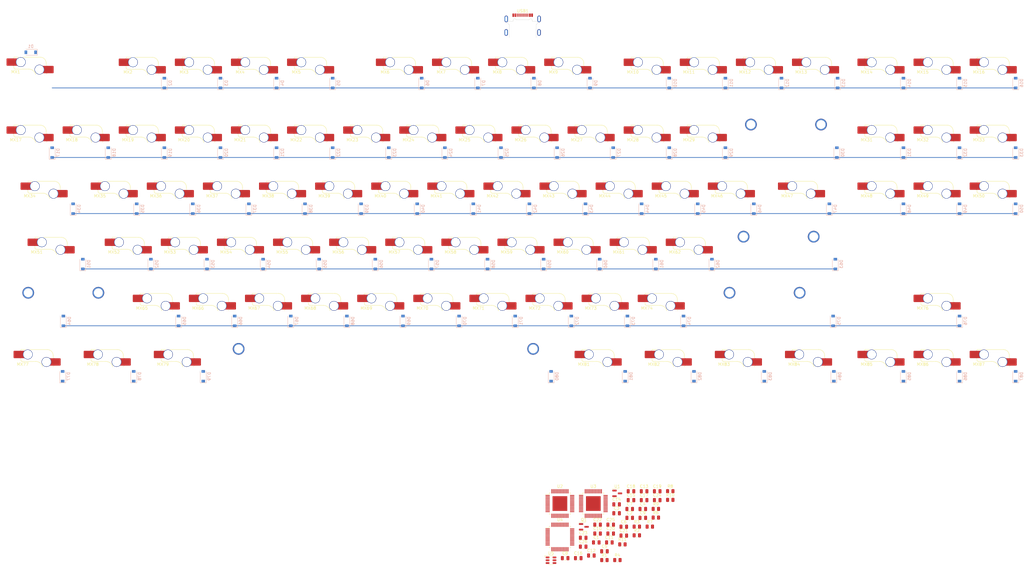
<source format=kicad_pcb>
(kicad_pcb (version 20211014) (generator pcbnew)
  (layers (0 "F.Cu" signal) (31 "B.Cu" signal) (34 "B.Paste" user) (35 "F.Paste" user) (36 "B.SilkS" user "B.Silkscreen") (37 "F.SilkS" user "F.Silkscreen") (38 "B.Mask" user) (39 "F.Mask" user) (44 "Edge.Cuts" user))
  (net 0 "")
  (net 1 "Net-(D1-Pad2)")
  (net 2 "Net-(D2-Pad2)")
  (net 3 "Net-(D3-Pad2)")
  (net 4 "Net-(D4-Pad2)")
  (net 5 "Net-(D5-Pad2)")
  (net 6 "Net-(D6-Pad2)")
  (net 7 "Net-(D7-Pad2)")
  (net 8 "Net-(D8-Pad2)")
  (net 9 "Net-(D9-Pad2)")
  (net 10 "Net-(D10-Pad2)")
  (net 11 "Net-(D11-Pad2)")
  (net 12 "Net-(D12-Pad2)")
  (net 13 "Net-(D13-Pad2)")
  (net 14 "Net-(D14-Pad2)")
  (net 15 "Net-(D15-Pad2)")
  (net 16 "Net-(D16-Pad2)")
  (net 17 "Net-(D17-Pad2)")
  (net 18 "Net-(D18-Pad2)")
  (net 19 "Net-(D19-Pad2)")
  (net 20 "Net-(D20-Pad2)")
  (net 21 "Net-(D21-Pad2)")
  (net 22 "Net-(D22-Pad2)")
  (net 23 "Net-(D23-Pad2)")
  (net 24 "Net-(D24-Pad2)")
  (net 25 "Net-(D25-Pad2)")
  (net 26 "Net-(D26-Pad2)")
  (net 27 "Net-(D27-Pad2)")
  (net 28 "Net-(D28-Pad2)")
  (net 29 "Net-(D29-Pad2)")
  (net 30 "Net-(D31-Pad2)")
  (net 31 "Net-(D32-Pad2)")
  (net 32 "Net-(D33-Pad2)")
  (net 33 "Net-(D34-Pad2)")
  (net 34 "Net-(D35-Pad2)")
  (net 35 "Net-(D36-Pad2)")
  (net 36 "Net-(D37-Pad2)")
  (net 37 "Net-(D38-Pad2)")
  (net 38 "Net-(D39-Pad2)")
  (net 39 "Net-(D40-Pad2)")
  (net 40 "Net-(D41-Pad2)")
  (net 41 "Net-(D42-Pad2)")
  (net 42 "Net-(D43-Pad2)")
  (net 43 "Net-(D44-Pad2)")
  (net 44 "Net-(D45-Pad2)")
  (net 45 "Net-(D46-Pad2)")
  (net 46 "Net-(D47-Pad2)")
  (net 47 "Net-(D48-Pad2)")
  (net 48 "Net-(D49-Pad2)")
  (net 49 "Net-(D50-Pad2)")
  (net 50 "Net-(D51-Pad2)")
  (net 51 "Net-(D52-Pad2)")
  (net 52 "Net-(D53-Pad2)")
  (net 53 "Net-(D54-Pad2)")
  (net 54 "Net-(D55-Pad2)")
  (net 55 "Net-(D56-Pad2)")
  (net 56 "Net-(D57-Pad2)")
  (net 57 "Net-(D58-Pad2)")
  (net 58 "Net-(D59-Pad2)")
  (net 59 "Net-(D60-Pad2)")
  (net 60 "Net-(D61-Pad2)")
  (net 61 "Net-(D62-Pad2)")
  (net 62 "Net-(D65-Pad2)")
  (net 63 "Net-(D66-Pad2)")
  (net 64 "Net-(D67-Pad2)")
  (net 65 "Net-(D68-Pad2)")
  (net 66 "Net-(D69-Pad2)")
  (net 67 "Net-(D70-Pad2)")
  (net 68 "Net-(D71-Pad2)")
  (net 69 "Net-(D72-Pad2)")
  (net 70 "Net-(D73-Pad2)")
  (net 71 "Net-(D74-Pad2)")
  (net 72 "Net-(D76-Pad2)")
  (net 73 "Net-(D77-Pad2)")
  (net 74 "Net-(D78-Pad2)")
  (net 75 "Net-(D79-Pad2)")
  (net 76 "Net-(D81-Pad2)")
  (net 77 "Net-(D82-Pad2)")
  (net 78 "Net-(D83-Pad2)")
  (net 79 "Net-(D84-Pad2)")
  (net 80 "Net-(D85-Pad2)")
  (net 81 "Net-(D86-Pad2)")
  (net 82 "Net-(D87-Pad2)")
  (net 83 "COL0")
  (net 84 "COL2")
  (net 85 "COL3")
  (net 86 "COL4")
  (net 87 "COL5")
  (net 88 "COL7")
  (net 89 "COL8")
  (net 90 "COL9")
  (net 91 "COL10")
  (net 92 "COL11")
  (net 93 "COL12")
  (net 94 "COL13")
  (net 95 "COL14")
  (net 96 "COL15")
  (net 97 "COL16")
  (net 98 "COL17")
  (net 99 "COL1")
  (net 100 "COL6")
  (net 101 "ROW0")
  (net 102 "ROW1")
  (net 103 "Net-(D30-Pad2)")
  (net 104 "ROW2")
  (net 105 "ROW3")
  (net 106 "Net-(D63-Pad2)")
  (net 107 "ROW4")
  (net 108 "Net-(D64-Pad2)")
  (net 109 "Net-(D75-Pad2)")
  (net 110 "ROW5")
  (net 111 "Net-(D80-Pad2)")
  (net 112 "OSC_IN")
  (net 113 "GND")
  (net 114 "OSC_OUT")
  (net 115 "+5V")
  (net 116 "Net-(C17-Pad2)")
  (net 117 "+3V3")
  (net 118 "SDB")
  (net 119 "BOOT0")
  (net 120 "Net-(C20-Pad2)")
  (net 121 "NRST")
  (net 122 "Net-(R1-Pad1)")
  (net 123 "Net-(R2-Pad1)")
  (net 124 "Net-(R3-Pad1)")
  (net 125 "Net-(R4-Pad1)")
  (net 126 "Net-(R6-Pad1)")
  (net 127 "SCL")
  (net 128 "SDA")
  (net 130 "SW1")
  (net 131 "SW2")
  (net 132 "SW3")
  (net 133 "SW4")
  (net 134 "SW5")
  (net 135 "SW6")
  (net 136 "SW7")
  (net 137 "SW8")
  (net 138 "SW9")
  (net 139 "SW10")
  (net 140 "SW11")
  (net 141 "SW12")
  (net 142 "CS1")
  (net 143 "CS2")
  (net 144 "CS3")
  (net 145 "CS4")
  (net 146 "CS5")
  (net 147 "CS6")
  (net 148 "CS7")
  (net 149 "CS8")
  (net 150 "CS9")
  (net 151 "CS10")
  (net 152 "CS11")
  (net 153 "CS12")
  (net 154 "CS13")
  (net 155 "CS14")
  (net 156 "CS15")
  (net 157 "CS16")
  (net 158 "Net-(R5-Pad1)")
  (net 160 "SYNC")
  (net 163 "ASW1")
  (net 164 "ASW2")
  (net 165 "ASW3")
  (net 166 "ASW4")
  (net 167 "ASW5")
  (net 168 "ASW6")
  (net 175 "ACS1")
  (net 176 "ACS2")
  (net 177 "ACS3")
  (net 178 "ACS4")
  (net 179 "ACS5")
  (net 180 "ACS6")
  (net 181 "ACS7")
  (net 182 "ACS8")
  (net 183 "ACS9")
  (net 184 "ACS10")
  (net 185 "ACS11")
  (net 186 "ACS12")
  (net 187 "ACS13")
  (net 188 "ACS14")
  (net 189 "ACS15")
  (net 190 "ACS16")
  (net 216 "USB_D-")
  (net 217 "USB_D+")
  (net 225 "D+")
  (net 227 "D-")
  (net 228 "Net-(F2-Pad2)")
  (footprint "marbastlib-mx:SW_MX_HS_1u" (layer "F.Cu") (at 106.3625 132.55625)
    (fp_text reference "MX66")
    (fp_text value "MX-NoLED" hide)
  )
  (footprint "marbastlib-mx:SW_MX_HS_1u" (layer "F.Cu") (at 258.7625 132.55625)
    (fp_text reference "MX74")
    (fp_text value "MX-NoLED" hide)
  )
  (footprint "marbastlib-mx:SW_MX_HS_1u" (layer "F.Cu") (at 273.05 52.3875)
    (fp_text reference "MX11")
    (fp_text value "MX-NoLED" hide)
  )
  (footprint "Capacitor_SMD:C_0805_2012Metric" (layer "F.Cu") (at 246.67125 208.02375)
    (fp_text reference "C21")
    (fp_text value "1uF")
  )
  (footprint "Capacitor_SMD:C_0805_2012Metric" (layer "F.Cu") (at 248.68125 202.00375)
    (fp_text reference "C2")
    (fp_text value "20pF")
  )
  (footprint "Capacitor_SMD:C_0805_2012Metric" (layer "F.Cu") (at 244.23125 197.42375)
    (fp_text reference "C14")
    (fp_text value "0.1uF")
  )
  (footprint "marbastlib-mx:SW_MX_HS_1u" (layer "F.Cu") (at 196.85 75.40625)
    (fp_text reference "MX25")
    (fp_text value "MX-NoLED" hide)
  )
  (footprint "marbastlib-mx:SW_MX_HS_1u" (layer "F.Cu") (at 63.5 75.40625)
    (fp_text reference "MX18")
    (fp_text value "MX-NoLED" hide)
  )
  (footprint "marbastlib-mx:SW_MX_HS_1u" (layer "F.Cu") (at 249.2375 113.50625)
    (fp_text reference "MX61")
    (fp_text value "MX-NoLED" hide)
  )
  (footprint "marbastlib-mx:SW_MX_HS_1u" (layer "F.Cu") (at 96.8375 113.50625)
    (fp_text reference "MX53")
    (fp_text value "MX-NoLED" hide)
  )
  (footprint "marbastlib-mx:SW_MX_HS_1u" (layer "F.Cu") (at 130.175 94.45625)
    (fp_text reference "MX38")
    (fp_text value "MX-NoLED" hide)
  )
  (footprint "marbastlib-mx:SW_MX_HS_1u" (layer "F.Cu") (at 352.425 75.40625)
    (fp_text reference "MX32")
    (fp_text value "MX-NoLED" hide)
  )
  (footprint "marbastlib-mx:SW_MX_HS_1u" (layer "F.Cu") (at 234.95 75.40625)
    (fp_text reference "MX27")
    (fp_text value "MX-NoLED" hide)
  )
  (footprint "Resistor_SMD:R_0805_2012Metric" (layer "F.Cu") (at 246.21125 211.00375)
    (fp_text reference "R11")
    (fp_text value "2k")
  )
  (footprint "marbastlib-mx:STAB_MX_P_6.25u" (layer "F.Cu") (at 165.89375 151.60625)
    (fp_text reference "MX80" hide)
    (fp_text value "MX-NoLED")
  )
  (footprint "Capacitor_SMD:C_0805_2012Metric" (layer "F.Cu") (at 241.78125 210.34375)
    (fp_text reference "C11")
    (fp_text value "0.1uF")
  )
  (footprint "marbastlib-mx:SW_MX_HS_1.25u" (layer "F.Cu") (at 94.45625 151.60625)
    (fp_text reference "MX79")
    (fp_text value "MX-NoLED" hide)
  )
  (footprint "marbastlib-mx:SW_MX_HS_1u" (layer "F.Cu") (at 173.0375 113.50625)
    (fp_text reference "MX57")
    (fp_text value "MX-NoLED" hide)
  )
  (footprint "Capacitor_SMD:C_0805_2012Metric" (layer "F.Cu") (at 226.76125 215.67375)
    (fp_text reference "C8")
    (fp_text value "0.47uF")
  )
  (footprint "marbastlib-mx:SW_MX_HS_1u" (layer "F.Cu") (at 144.4625 132.55625)
    (fp_text reference "MX68")
    (fp_text value "MX-NoLED" hide)
  )
  (footprint "marbastlib-mx:SW_MX_HS_1u" (layer "F.Cu") (at 82.55 52.3875)
    (fp_text reference "MX2")
    (fp_text value "MX-NoLED" hide)
  )
  (footprint "marbastlib-various:SOT-23-6-routable" (layer "F.Cu") (at 221.96625 216.39375)
    (fp_text reference "U5")
    (fp_text value "SRV05-4")
  )
  (footprint "marbastlib-mx:SW_MX_HS_1u" (layer "F.Cu") (at 139.7 52.3875)
    (fp_text reference "MX5")
    (fp_text value "MX-NoLED" hide)
  )
  (footprint "Resistor_SMD:R_0805_2012Metric" (layer "F.Cu") (at 257.56125 201.91375)
    (fp_text reference "R6")
    (fp_text value "30k")
  )
  (footprint "Resistor_SMD:R_0805_2012Metric" (layer "F.Cu") (at 251.10125 204.98375)
    (fp_text reference "R3")
    (fp_text value "100k")
  )
  (footprint "marbastlib-mx:SW_MX_HS_1u" (layer "F.Cu") (at 352.425 52.3875)
    (fp_text reference "MX15")
    (fp_text value "MX-NoLED" hide)
  )
  (footprint "marbastlib-mx:SW_MX_HS_1.75u" (layer "F.Cu") (at 51.59375 113.50625)
    (fp_text reference "MX51")
    (fp_text value "MX-NoLED" hide)
  )
  (footprint "Capacitor_SMD:C_0805_2012Metric" (layer "F.Cu") (at 232.88125 208.77375)
    (fp_text reference "C23")
    (fp_text value "100n")
  )
  (footprint "marbastlib-mx:SW_MX_HS_1u" (layer "F.Cu") (at 263.525 94.45625)
    (fp_text reference "MX45")
    (fp_text value "MX-NoLED" hide)
  )
  (footprint "marbastlib-mx:SW_MX_HS_1u" (layer "F.Cu") (at 101.6 75.40625)
    (fp_text reference "MX20")
    (fp_text value "MX-NoLED" hide)
  )
  (footprint "marbastlib-mx:SW_MX_HS_1u" (layer "F.Cu") (at 111.125 94.45625)
    (fp_text reference "MX37")
    (fp_text value "MX-NoLED" hide)
  )
  (footprint "Capacitor_SMD:C_0805_2012Metric" (layer "F.Cu") (at 242.22125 207.33375)
    (fp_text reference "C20")
    (fp_text value "4.7uF")
  )
  (footprint "marbastlib-mx:SW_MX_HS_1u" (layer "F.Cu") (at 168.275 94.45625)
    (fp_text reference "MX40")
    (fp_text value "MX-NoLED" hide)
  )
  (footprint "Resistor_SMD:R_0805_2012Metric" (layer "F.Cu") (at 262.45125 192.94375)
    (fp_text reference "R8")
    (fp_text value "100k")
  )
  (footprint "marbastlib-mx:SW_MX_HS_1u" (layer "F.Cu") (at 244.475 94.45625)
    (fp_text reference "MX44")
    (fp_text value "MX-NoLED" hide)
  )
  (footprint "marbastlib-mx:SW_MX_HS_1.5u" (layer "F.Cu") (at 306.3875 94.45625)
    (fp_text reference "MX47")
    (fp_text value "MX-NoLED" hide)
  )
  (footprint "Resistor_SMD:R_0805_2012Metric" (layer "F.Cu") (at 240.09125 216.33375)
    (fp_text reference "R1")
    (fp_text value "5.1k")
  )
  (footprint "marbastlib-mx:SW_MX_HS_1.25u" (layer "F.Cu") (at 70.64375 151.60625)
    (fp_text reference "MX78")
    (fp_text value "MX-NoLED" hide)
  )
  (footprint "Package_QFP:LQFP-48_7x7mm_P0.5mm" (layer "F.Cu") (at 224.98125 208.49375)
    (fp_text reference "U4")
    (fp_text value "STM32F303CBT6")
  )
  (footprint "marbastlib-mx:SW_MX_HS_1u" (layer "F.Cu") (at 169.8625 52.3875)
    (fp_text reference "MX6")
    (fp_text value "MX-NoLED" hide)
  )
  (footprint "marbastlib-mx:SW_MX_HS_1u" (layer "F.Cu") (at 371.475 151.60625)
    (fp_text reference "MX87")
    (fp_text value "MX-NoLED" hide)
  )
  (footprint "Capacitor_SMD:C_0805_2012Metric" (layer "F.Cu") (at 253.57125 195.98375)
    (fp_text reference "C17")
    (fp_text value "1uF")
  )
  (footprint "Package_TO_SOT_SMD:SOT-23" (layer "F.Cu") (at 233.10125 205.04375)
    (fp_text reference "Q1")
    (fp_text value "2N7002")
  )
  (footprint "marbastlib-mx:SW_MX_HS_1.25u" (layer "F.Cu") (at 261.14375 151.60625)
    (fp_text reference "MX82")
    (fp_text value "MX-NoLED" hide)
  )
  (footprint "Resistor_SMD:R_0805_2012Metric" (layer "F.Cu") (at 251.10125 207.93375)
    (fp_text reference "R2")
    (fp_text value "5.1k")
  )
  (footprint "marbastlib-mx:STAB_MX_P_2.75u" (layer "F.Cu") (at 294.48125 132.55625)
    (fp_text reference "MX75" hide)
    (fp_text value "MX-NoLED")
  )
  (footprint "marbastlib-mx:SW_MX_HS_1u" (layer "F.Cu") (at 333.375 94.45625)
    (fp_text reference "MX48")
    (fp_text value "MX-NoLED" hide)
  )
  (footprint "marbastlib-mx:SW_MX_HS_1u" (layer "F.Cu") (at 352.425 94.45625)
    (fp_text reference "MX49")
    (fp_text value "MX-NoLED" hide)
  )
  (footprint "Package_TO_SOT_SMD:SOT-23" (layer "F.Cu") (at 244.45125 193.69375)
    (fp_text reference "U1")
    (fp_text value "XC6206P332MR")
  )
  (footprint "Capacitor_SMD:C_0805_2012Metric" (layer "F.Cu") (at 231.21125 215.67375)
    (fp_text reference "C16")
    (fp_text value "0.47uF")
  )
  (footprint "marbastlib-mx:SW_MX_HS_1u" (layer "F.Cu") (at 139.7 75.40625)
    (fp_text reference "MX22")
    (fp_text value "MX-NoLED" hide)
  )
  (footprint "Capacitor_SMD:C_0805_2012Metric" (layer "F.Cu") (at 249.12125 192.97375)
    (fp_text reference "C18")
    (fp_text value "1uF")
  )
  (footprint "marbastlib-mx:SW_MX_HS_1u" (layer "F.Cu") (at 239.7125 132.55625)
    (fp_text reference "MX73")
    (fp_text value "MX-NoLED" hide)
  )
  (footprint "Capacitor_SMD:C_0805_2012Metric" (layer "F.Cu") (at 237.77125 207.33375)
    (fp_text reference "C10")
    (fp_text value "0.1uF")
  )
  (footprint "marbastlib-mx:SW_MX_HS_1u" (layer "F.Cu") (at 220.6625 132.55625)
    (fp_text reference "MX72")
    (fp_text value "MX-NoLED" hide)
  )
  (footprint "marbastlib-mx:SW_MX_HS_1u" (layer "F.Cu") (at 77.7875 113.50625)
    (fp_text reference "MX52")
    (fp_text value "MX-NoLED" hide)
  )
  (footprint "marbastlib-mx:SW_MX_HS_1.25u" (layer "F.Cu") (at 284.95625 151.60625)
    (fp_text reference "MX83")
    (fp_text value "MX-NoLED" hide)
  )
  (footprint "Resistor_SMD:R_0805_2012Metric" (layer "F.Cu") (at 255.51125 204.98375)
    (fp_text reference "R7")
    (fp_text value "10k")
  )
  (footprint "marbastlib-mx:SW_MX_HS_1u" (layer "F.Cu") (at 333.375 75.40625)
    (fp_text reference "MX31")
    (fp_text value "MX-NoLED" hide)
  )
  (footprint "marbastlib-mx:SW_MX_HS_1u" (layer "F.Cu") (at 225.425 94.45625)
    (fp_text reference "MX43")
    (fp_text value "MX-NoLED" hide)
  )
  (footprint "marbastlib-mx:SW_MX_HS_1u" (layer "F.Cu") (at 201.6125 132.55625)
    (fp_text reference "MX71")
    (fp_text value "MX-NoLED" hide)
  )
  (footprint "marbastlib-mx:SW_MX_HS_1u" (layer "F.Cu") (at 177.8 75.40625)
    (fp_text reference "MX24")
    (fp_text value "MX-NoLED" hide)
  )
  (footprint "marbastlib-mx:SW_MX_HS_1u" (layer "F.Cu") (at 101.6 52.3875)
    (fp_text reference "MX3")
    (fp_text value "MX-NoLED" hide)
  )
  (footprint "marbastlib-mx:SW_MX_HS_1u" (layer "F.Cu") (at 87.3125 132.55625)
    (fp_text reference "MX65")
    (fp_text value "MX-NoLED" hide)
  )
  (footprint "marbastlib-mx:SW_MX_HS_1u" (layer "F.Cu") (at 371.475 94.45625)
    (fp_text reference "MX50")
    (fp_text value "MX-NoLED" hide)
  )
  (footprint "Capacitor_SMD:C_0805_2012Metric" (layer "F.Cu") (at 253.13125 202.00375)
    (fp_text reference "C9")
    (fp_text value "0.1uF")
  )
  (footprint "marbastlib-mx:SW_MX_HS_1u" (layer "F.Cu") (at 125.4125 132.55625)
    (fp_text reference "MX67")
    (fp_text value "MX-NoLED" hide)
  )
  (footprint "marbastlib-mx:SW_MX_HS_1u" (layer "F.Cu") (at 371.475 75.40625)
    (fp_text reference "MX33")
    (fp_text value "MX-NoLED" hide)
  )
  (footprint "marbastlib-mx:SW_MX_HS_1u" (layer "F.Cu") (at 268.2875 113.50625)
    (fp_text reference "MX62")
    (fp_text value "MX-NoLED" hide)
  )
  (footprint "marbastlib-mx:SW_MX_HS_1u" (layer "F.Cu") (at 134.9375 113.50625)
    (fp_text reference "MX55")
    (fp_text value "MX-NoLED" hide)
  )
  (footprint "marbastlib-mx:SW_MX_HS_1u" (layer "F.Cu") (at 207.9625 52.3875)
    (fp_text reference "MX8")
    (fp_text value "MX-NoLED" hide)
  )
  (footprint "marbastlib-mx:SW_MX_HS_1u" (layer "F.Cu") (at 333.375 52.3875)
    (fp_text reference "MX14")
    (fp_text value "MX-NoLED" hide)
  )
  (footprint "marbastlib-mx:SW_MX_HS_1u" (layer "F.Cu") (at 230.1875 113.50625)
    (fp_text reference "MX60")
    (fp_text value "MX-NoLED" hide)
  )
  (footprint "marbastlib-mx:SW_MX_HS_1u" (layer "F.Cu") (at 371.475 52.3875)
    (fp_text reference "MX16")
    (fp_text value "MX-NoLED" hide)
  )
  (footprint "Capacitor_SMD:C_0805_2012Metric" (layer "F.Cu") (at 258.02125 192.97375)
    (fp_text reference "C19")
    (fp_text value "100k")
  )
  (footprint "Capacitor_SMD:C_0805_2012Metric" (layer "F.Cu") (at 235.66125 214.79375)
    (fp_text reference "C12")
    (fp_text value "0.1uF")
  )
  (footprint "marbastlib-mx:SW_MX_HS_1u" (layer "F.Cu") (at 44.45 75.40625)
    (fp_text reference "MX17")
    (fp_text value "MX-NoLED" hide)
  )
  (footprint "Package_QFP:TQFP-48-1EP_7x7mm_P0.5mm_EP5x5mm" (layer "F.Cu") (at 224.98125 197.14375)
    (fp_text reference "U2")
    (fp_text value "IS31FL3733-TQ")
  )
  (footprint "marbastlib-mx:SW_MX_HS_1u" (layer "F.Cu") (at 120.65 75.40625)
    (fp_text reference "MX21")
    (fp_text value "MX-NoLED" hide)
  )
  (footprint "Capacitor_SMD:C_0805_2012Metric" (layer "F.Cu") (at 248.68125 198.99375)
    (fp_text reference "C7")
    (fp_text value "0.47uF")
  )
  (footprint "Capacitor_SMD:C_0805_2012Metric" (layer "F.Cu") (at 253.13125 198.99375)
    (fp_text reference "C4")
    (fp_text value "0.47uF")
  )
  (footprint "Resistor_SMD:R_0805_2012Metric" (layer "F.Cu") (at 257.56125 198.96375)
    (fp_text reference "R9")
    (fp_text value "10k")
  )
  (footprint "marbastlib-mx:SW_MX_HS_1.25u" (layer "F.Cu") (at 46.83125 151.60625)
    (fp_text reference "MX77")
    (fp_text value "MX-NoLED" hide)
  )
  (footprint "marbastlib-mx:SW_MX_HS_1u" (layer "F.Cu") (at 352.425 132.55625)
    (fp_text reference "MX76")
    (fp_text value "MX-NoLED" hide)
  )
  (footprint "marbastlib-mx:STAB_MX_P_2u" (layer "F.Cu") (at 301.752 75.438)
    (fp_text reference "MX30" hide)
    (fp_text value "MX-NoLED")
  )
  (footprint "Capacitor_SMD:C_0805_2012Metric" (layer "F.Cu") (at 237.33125 210.34375)
    (fp_text reference "C1")
    (fp_text value "20pF")
  )
  (footprint "Capacitor_SMD:C_0805_2012Metric" (layer "F.Cu") (at 242.22125 204.32375)
    (fp_text reference "C25")
    (fp_text value "100n")
  )
  (footprint "Capacitor_SMD:C_0805_2012Metric" (layer "F.Cu") (at 253.57125 192.97375)
    (fp_text reference "C13")
    (fp_text value "0.1uF")
  )
  (footprint "Capacitor_SMD:C_0805_2012Metric" (layer "F.Cu") (at 258.02125 195.98375)
    (fp_text reference "C24")
    (fp_text value "100n")
  )
  (footprint "Resistor_SMD:R_0805_2012Metric" (layer "F.Cu") (at 262.45125 195.89375)
    (fp_text reference "R10")
    (fp_text value "2k")
  )
  (footprint "marbastlib-mx:SW_MX_HS_1u" (layer "F.Cu") (at 352.425 151.60625)
    (fp_text reference "MX86")
    (fp_text value "MX-NoLED" hide)
  )
  (footprint "marbastlib-mx:SW_MX_HS_1u" (layer "F.Cu") (at 73.025 94.45625)
    (fp_text reference "MX35")
    (fp_text value "MX-NoLED" hide)
  )
  (footprint "marbastlib-mx:SW_MX_HS_1.5u" (layer "F.Cu") (at 49.2125 94.45625)
    (fp_text reference "MX34")
    (fp_text value "MX-NoLED" hide)
  )
  (footprint "marbastlib-mx:SW_MX_HS_1.25u" (layer "F.Cu") (at 237.33125 151.60625)
    (fp_text reference "MX81")
    (fp_text value "MX-NoLED" hide)
  )
  (footprint "Resistor_SMD:R_0805_2012Metric" (layer "F.Cu") (at 244.50125 216.33375)
    (fp_text reference "R4")
    (fp_text value "100k")
  )
  (footprint "marbastlib-mx:SW_MX_HS_1u" (layer "F.Cu") (at 227.0125 52.3875)
    (fp_text reference "MX9")
    (fp_text value "MX-NoLED" hide)
  )
  (footprint "marbastlib-various:USB_C_Receptacle_HRO_TYPE-C-31-M-14" (layer "F.Cu") (at 212.344 32.512)
    (fp_text reference "USB1")
    (fp_text value "HRO-TYPE-C-31-M-12")
    (fp_line (start -3.204999 0.505) (end -3.204999 0.705) (layer "Edge.Cuts") (width 0.08))
    (fp_line (start -3.404998 0.905) (end -4.554999 0.905) (layer "Edge.Cuts") (width 0.08))
    (fp_line (start -4.554999 2.075821) (end -4.554999 6.435) (layer "Edge.Cuts") (width 0.08))
    (fp_line (start 3.395 0.905) (end 4.545001 0.905) (layer "Edge.Cuts") (width 0.08))
    (fp_line (start -0.004999 0.355) (end 2.088783 0.355) (layer "Edge.Cuts") (width 0.08))
    (fp_line (start -0.004999 0.355) (end -2.098781 0.355) (layer "Edge.Cuts") (width 0.08))
    (fp_line (start 3.195001 0.505) (end 3.195001 0.705) (layer "Edge.Cuts") (width 0.08))
    (fp_line (start 4.545001 2.075821) (end 4.545001 6.435) (layer "Edge.Cuts") (width 0.08))
    (fp_arc (start -3.204999 0.505) (mid -2.834408 0.022037) (end -2.271986 0.255) (layer "Edge.Cuts") (width 0.08))
    (fp_arc (start 2.261988 0.255) (mid 2.188783 0.328205) (end 2.088783 0.355) (layer "Edge.Cuts") (width 0.08))
    (fp_arc (start -4.697856 1.884157) (mid -5.04976 1.332815) (end -4.554999 0.905) (layer "Edge.Cuts") (width 0.08))
    (fp_arc (start -2.098781 0.355) (mid -2.198781 0.328205) (end -2.271986 0.255) (layer "Edge.Cuts") (width 0.08))
    (fp_arc (start 4.545001 0.904999) (mid 5.039764 1.332815) (end 4.687858 1.884158) (layer "Edge.Cuts") (width 0.08))
    (fp_arc (start 4.545001 2.075821) (mid 4.584644 1.956298) (end 4.687858 1.884158) (layer "Edge.Cuts") (width 0.08))
    (fp_arc (start -4.697856 1.884158) (mid -4.594642 1.956298) (end -4.554999 2.075821) (layer "Edge.Cuts") (width 0.08))
    (fp_arc (start 3.395 0.904999) (mid 3.253579 0.846421) (end 3.195001 0.705) (layer "Edge.Cuts") (width 0.08))
    (fp_arc (start -3.204998 0.705) (mid -3.263577 0.846421) (end -3.404998 0.905) (layer "Edge.Cuts") (width 0.08))
    (fp_arc (start 2.261988 0.255) (mid 2.824411 0.022037) (end 3.195001 0.505) (layer "Edge.Cuts") (width 0.08))
  )
  (footprint "Capacitor_SMD:C_0805_2012Metric" (layer "F.Cu") (at 240.11125 213.35375)
    (fp_text reference "C5")
    (fp_text value "0.47uF")
  )
  (footprint "marbastlib-mx:SW_MX_HS_1u" (layer "F.Cu") (at 311.15 52.3875)
    (fp_text reference "MX13")
    (fp_text value "MX-NoLED" hide)
  )
  (footprint "marbastlib-mx:SW_MX_HS_1u" (layer "F.Cu") (at 273.05 75.40625)
    (fp_text reference "MX29")
    (fp_text value "MX-NoLED" hide)
  )
  (footprint "marbastlib-mx:SW_MX_HS_1u" (layer "F.Cu") (at 254 75.40625)
    (fp_text reference "MX28")
    (fp_text value "MX-NoLED" hide)
  )
  (footprint "marbastlib-mx:SW_MX_HS_1u" (layer "F.Cu") (at 282.575 94.45625)
    (fp_text reference "MX46")
    (fp_text value "MX-NoLED" hide)
  )
  (footprint "marbastlib-mx:SW_MX_HS_1u" (layer "F.Cu") (at 153.9875 113.50625)
    (fp_text reference "MX56")
    (fp_text value "MX-NoLED" hide)
  )
  (footprint "Capacitor_SMD:C_0805_2012Metric" (layer "F.Cu") (at 249.12125 195.98375)
    (fp_text reference "C15")
    (fp_text value "0.47uF")
  )
  (footprint "Package_QFP:TQFP-48-1EP_7x7mm_P0.5mm_EP5x5mm" (layer "F.Cu") (at 236.33125 197.14375)
    (fp_text reference "U3")
    (fp_text value "IS31FL3733-TQ")
  )
  (footprint "marbastlib-mx:SW_MX_HS_1u" (layer "F.Cu") (at 192.0875 113.50625)
    (fp_text reference "MX58")
    (fp_text value "MX-NoLED" hide)
  )
  (footprint "marbastlib-mx:SW_MX_HS_1u" (layer "F.Cu") (at 333.375 151.60625)
    (fp_text reference "MX85")
    (fp_text value "MX-NoLED" hide)
  )
  (footprint "marbastlib-mx:SW_MX_HS_1u" (layer "F.Cu") (at 158.75 75.40625)
    (fp_text reference "MX23")
    (fp_text value "MX-NoLED" hide)
  )
  (footprint "Capacitor_SMD:C_0805_2012Metric" (layer "F.Cu") (at 232.88125 211.78375)
    (fp_text reference "C26")
    (fp_text value "100n")
  )
  (footprint "marbastlib-mx:SW_MX_HS_1u" (layer "F.Cu") (at 215.9 75.40625)
    (fp_text reference "MX26")
    (fp_text value "MX-NoLED" hide)
  )
  (footprint "marbastlib-mx:SW_MX_HS_1u" (layer "F.Cu") (at 211.1375 113.50625)
    (fp_text reference "MX59")
    (fp_text value "MX-NoLED" hide)
  )
  (footprint "marbastlib-mx:SW_MX_HS_1u" (layer "F.Cu") (at 92.075 94.45625)
    (fp_text reference "MX36")
    (fp_text value "MX-NoLED" hide)
  )
  (footprint "marbastlib-mx:STAB_MX_P_2.25u" (layer "F.Cu") (at 299.24375 113.50625)
    (fp_text reference "MX63" hide)
    (fp_text value "MX-NoLED")
  )
  (footprint "marbastlib-mx:SW_MX_HS_1u" (layer "F.Cu") (at 44.45 52.324)
    (fp_text reference "MX1")
    (fp_text value "MX-NoLED" hide)
  )
  (footprint "marbastlib-mx:SW_MX_HS_1u" (layer "F.Cu") (at 188.9125 52.3875)
    (fp_text reference "MX7")
    (fp_text value "MX-NoLED" hide)
  )
  (footprint "marbastlib-mx:SW_MX_HS_1.25u" (layer "F.Cu") (at 308.76875 151.60625)
    (fp_text reference "MX84")
    (fp_text value "MX-NoLED" hide)
  )
  (footprint "marbastlib-mx:SW_MX_HS_1u" (layer "F.Cu") (at 163.5125 132.55625)
    (fp_text reference "MX69")
    (fp_text value "MX-NoLED" hide)
  )
  (footprint "Capacitor_SMD:C_0805_2012Metric" (layer "F.Cu") (at 244.23125 200.43375)
    (fp_text reference "C3")
    (fp_text value "0.47uF")
  )
  (footprint "marbastlib-mx:SW_MX_HS_1u" (layer "F.Cu") (at 120.65 52.3875)
    (fp_text reference "MX4")
    (fp_text value "MX-NoLED" hide)
  )
  (footprint "marbastlib-mx:SW_MX_HS_1u" (layer "F.Cu") (at 254 52.3875)
    (fp_text reference "MX10")
    (fp_text value "MX-NoLED" hide)
  )
  (footprint "marbastlib-mx:SW_MX_HS_1u" (layer "F.Cu") (at 292.1 52.3875)
    (fp_text reference "MX12")
    (fp_text value "MX-NoLED" hide)
  )
  (footprint "Capacitor_SMD:C_0805_2012Metric" (layer "F.Cu") (at 237.77125 204.32375)
    (fp_text reference "C22")
    (fp_text value "10uF")
  )
  (footprint "marbastlib-mx:SW_MX_HS_1u" (layer "F.Cu") (at 82.55 75.40625)
    (fp_text reference "MX19")
    (fp_text value "MX-NoLED" hide)
  )
  (footprint "marbastlib-mx:STAB_MX_P_2.25u" (layer "F.Cu") (at 56.35625 132.55625)
    (fp_text reference "MX64" hide)
    (fp_text value "MX-NoLED")
  )
  (footprint "Capacitor_SMD:C_0805_2012Metric" (layer "F.Cu") (at 246.67125 205.01375)
    (fp_text reference "C6")
    (fp_text value "0.47uF")
  )
  (footprint "marbastlib-mx:SW_MX_HS_1u" (layer "F.Cu") (at 182.5625 132.55625)
    (fp_text reference "MX70")
    (fp_text value "MX-NoLED" hide)
  )
  (footprint "marbastlib-mx:SW_MX_HS_1u" (layer "F.Cu") (at 149.225 94.45625)
    (fp_text reference "MX39")
    (fp_text value "MX-NoLED" hide)
  )
  (footprint "marbastlib-mx:SW_MX_HS_1u" (layer "F.Cu") (at 206.375 94.45625)
    (fp_text reference "MX42")
    (fp_text value "MX-NoLED" hide)
  )
  (footprint "marbastlib-mx:SW_MX_HS_1u" (layer "F.Cu") (at 187.325 94.45625)
    (fp_text reference "MX41")
    (fp_text value "MX-NoLED" hide)
  )
  (footprint "marbastlib-mx:SW_MX_HS_1u" (layer "F.Cu") (at 115.8875 113.50625)
    (fp_text reference "MX54")
    (fp_text value "MX-NoLED" hide)
  )
  (footprint "Diode_SMD:D_SOD-123" (layer "B.Cu") (at 178.054 54.356 90)
    (fp_text reference "D6")
    (fp_text value "SOD-123")
  )
  (footprint "Diode_SMD:D_SOD-123" (layer "B.Cu") (at 80.264 153.924 90)
    (fp_text reference "D78")
    (fp_text value "SOD-123")
  )
  (footprint "Diode_SMD:D_SOD-123" (layer "B.Cu") (at 81.28 97.028 90)
    (fp_text reference "D35")
    (fp_text value "SOD-123")
  )
  (footprint "Diode_SMD:D_SOD-123" (layer "B.Cu") (at 52.578 77.978 90)
    (fp_text reference "D17")
    (fp_text value "SOD-123")
  )
  (footprint "Diode_SMD:D_SOD-123" (layer "B.Cu") (at 119.38 97.028 90)
    (fp_text reference "D37")
    (fp_text value "SOD-123")
  )
  (footprint "Diode_SMD:D_SOD-123" (layer "B.Cu") (at 290.83 97.028 90)
    (fp_text reference "D46")
    (fp_text value "SOD-123")
  )
  (footprint "Diode_SMD:D_SOD-123" (layer "B.Cu") (at 238.506 115.824 90)
    (fp_text reference "D60")
    (fp_text value "SOD-123")
  )
  (footprint "Diode_SMD:D_SOD-123" (layer "B.Cu") (at 204.978 77.978 90)
    (fp_text reference "D25")
    (fp_text value "SOD-123")
  )
  (footprint "Diode_SMD:D_SOD-123" (layer "B.Cu") (at 360.68 77.978 90)
    (fp_text reference "D32")
    (fp_text value "SOD-123")
  )
  (footprint "Diode_SMD:D_SOD-123" (layer "B.Cu") (at 197.104 54.356 90)
    (fp_text reference "D7")
    (fp_text value "SOD-123")
  )
  (footprint "Diode_SMD:D_SOD-123" (layer "B.Cu") (at 379.73 77.978 90)
    (fp_text reference "D33")
    (fp_text value "SOD-123")
  )
  (footprint "Diode_SMD:D_SOD-123" (layer "B.Cu") (at 247.142 153.924 90)
    (fp_text reference "D81")
    (fp_text value "SOD-123")
  )
  (footprint "Diode_SMD:D_SOD-123" (layer "B.Cu") (at 71.628 77.978 90)
    (fp_text reference "D18")
    (fp_text value "SOD-123")
  )
  (footprint "Diode_SMD:D_SOD-123" (layer "B.Cu") (at 281.178 54.356 90)
    (fp_text reference "D11")
    (fp_text value "SOD-123")
  )
  (footprint "Diode_SMD:D_SOD-123" (layer "B.Cu") (at 128.778 54.356 90)
    (fp_text reference "D4")
    (fp_text value "SOD-123")
  )
  (footprint "Diode_SMD:D_SOD-123" (layer "B.Cu") (at 276.606 115.824 90)
    (fp_text reference "D62")
    (fp_text value "SOD-123")
  )
  (footprint "Diode_SMD:D_SOD-123" (layer "B.Cu") (at 171.704 135.128 90)
    (fp_text reference "D69")
    (fp_text value "SOD-123")
  )
  (footprint "Diode_SMD:D_SOD-123" (layer "B.Cu") (at 233.68 97.028 90)
    (fp_text reference "D43")
    (fp_text value "SOD-123")
  )
  (footprint "Diode_SMD:D_SOD-123" (layer "B.Cu") (at 379.73 153.924 90)
    (fp_text reference "D87")
    (fp_text value "SOD-123")
  )
  (footprint "Diode_SMD:D_SOD-123" (layer "B.Cu") (at 360.68 54.356 90)
    (fp_text reference "D15")
    (fp_text value "SOD-123")
  )
  (footprint "Diode_SMD:D_SOD-123" (layer "B.Cu") (at 162.306 115.824 90)
    (fp_text reference "D56")
    (fp_text value "SOD-123")
  )
  (footprint "Diode_SMD:D_SOD-123" (layer "B.Cu") (at 341.63 54.356 90)
    (fp_text reference "D14")
    (fp_text value "SOD-123")
  )
  (footprint "Diode_SMD:D_SOD-123" (layer "B.Cu") (at 360.68 135.128 90)
    (fp_text reference "D76")
    (fp_text value "SOD-123")
  )
  (footprint "Diode_SMD:D_SOD-123" (layer "B.Cu") (at 109.728 77.978 90)
    (fp_text reference "D20")
    (fp_text value "SOD-123")
  )
  (footprint "Diode_SMD:D_SOD-123" (layer "B.Cu") (at 281.178 77.978 90)
    (fp_text reference "D29")
    (fp_text value "SOD-123")
  )
  (footprint "Diode_SMD:D_SOD-123" (layer "B.Cu") (at 224.028 77.978 90)
    (fp_text reference "D26")
    (fp_text value "SOD-123")
  )
  (footprint "Diode_SMD:D_SOD-123" (layer "B.Cu") (at 317.754 135.128 90)
    (fp_text reference "D75")
    (fp_text value "SOD-123")
  )
  (footprint "Diode_SMD:D_SOD-123" (layer "B.Cu") (at 86.106 115.824 90)
    (fp_text reference "D52")
    (fp_text value "SOD-123")
  )
  (footprint "Diode_SMD:D_SOD-123" (layer "B.Cu") (at 114.554 135.128 90)
    (fp_text reference "D66")
    (fp_text value "SOD-123")
  )
  (footprint "Diode_SMD:D_SOD-123" (layer "B.Cu") (at 56.134 153.924 90)
    (fp_text reference "D77")
    (fp_text value "SOD-123")
  )
  (footprint "Diode_SMD:D_SOD-123" (layer "B.Cu") (at 59.69 97.028 90)
    (fp_text reference "D34")
    (fp_text value "SOD-123")
  )
  (footprint "Diode_SMD:D_SOD-123" (layer "B.Cu") (at 209.804 135.128 90)
    (fp_text reference "D71")
    (fp_text value "SOD-123")
  )
  (footprint "Diode_SMD:D_SOD-123" (layer "B.Cu") (at 257.556 115.824 90)
    (fp_text reference "D61")
    (fp_text value "SOD-123")
  )
  (footprint "Diode_SMD:D_SOD-123" (layer "B.Cu") (at 103.886 153.924 90)
    (fp_text reference "D79")
    (fp_text value "SOD-123")
  )
  (footprint "Diode_SMD:D_SOD-123" (layer "B.Cu") (at 316.484 97.028 90)
    (fp_text reference "D47")
    (fp_text value "SOD-123")
  )
  (footprint "Diode_SMD:D_SOD-123" (layer "B.Cu") (at 147.828 54.356 90)
    (fp_text reference "D5")
    (fp_text value "SOD-123")
  )
  (footprint "Diode_SMD:D_SOD-123" (layer "B.Cu") (at 360.68 153.924 90)
    (fp_text reference "D86")
    (fp_text value "SOD-123")
  )
  (footprint "Diode_SMD:D_SOD-123" (layer "B.Cu") (at 247.904 135.128 90)
    (fp_text reference "D73")
    (fp_text value "SOD-123")
  )
  (footprint "Diode_SMD:D_SOD-123" (layer "B.Cu") (at 200.406 115.824 90)
    (fp_text reference "D58")
    (fp_text value "SOD-123")
  )
  (footprint "Diode_SMD:D_SOD-123" (layer "B.Cu") (at 181.356 115.824 90)
    (fp_text reference "D57")
    (fp_text value "SOD-123")
  )
  (footprint "Diode_SMD:D_SOD-123" (layer "B.Cu") (at 147.828 77.978 90)
    (fp_text reference "D22")
    (fp_text value "SOD-123")
  )
  (footprint "Diode_SMD:D_SOD-123" (layer "B.Cu") (at 221.996 153.924 90)
    (fp_text reference "D80")
    (fp_text value "SOD-123")
  )
  (footprint "Diode_SMD:D_SOD-123" (layer "B.Cu") (at 318.008 153.924 90)
    (fp_text reference "D84")
    (fp_text value "SOD-123")
  )
  (footprint "Diode_SMD:D_SOD-123" (layer "B.Cu") (at 379.73 97.028 90)
    (fp_text reference "D50")
    (fp_text value "SOD-123")
  )
  (footprint "Diode_SMD:D_SOD-123" (layer "B.Cu") (at 133.604 135.128 90)
    (fp_text reference "D67")
    (fp_text value "SOD-123")
  )
  (footprint "Diode_SMD:D_SOD-123" (layer "B.Cu") (at 262.128 54.356 90)
    (fp_text reference "D10")
    (fp_text value "SOD-123")
  )
  (footprint "Diode_SMD:D_SOD-123" (layer "B.Cu") (at 341.63 97.028 90)
    (fp_text reference "D48")
    (fp_text value "SOD-123")
  )
  (footprint "Diode_SMD:D_SOD-123" (layer "B.Cu") (at 90.678 77.978 90)
    (fp_text reference "D19")
    (fp_text value "SOD-123")
  )
  (footprint "Diode_SMD:D_SOD-123" (layer "B.Cu") (at 143.256 115.824 90)
    (fp_text reference "D55")
    (fp_text value "SOD-123")
  )
  (footprint "Diode_SMD:D_SOD-123" (layer "B.Cu") (at 341.63 153.924 90)
    (fp_text reference "D85")
    (fp_text value "SOD-123")
  )
  (footprint "Diode_SMD:D_SOD-123" (layer "B.Cu") (at 157.48 97.028 90)
    (fp_text reference "D39")
    (fp_text value "SOD-123")
  )
  (footprint "Diode_SMD:D_SOD-123" (layer "B.Cu") (at 235.204 54.356 90)
    (fp_text reference "D9")
    (fp_text value "SOD-123")
  )
  (footprint "Diode_SMD:D_SOD-123" (layer "B.Cu") (at 190.754 135.128 90)
    (fp_text reference "D70")
    (fp_text value "SOD-123")
  )
  (footprint "Diode_SMD:D_SOD-123" (layer "B.Cu") (at 128.778 77.978 90)
    (fp_text reference "D21")
    (fp_text value "SOD-123")
  )
  (footprint "Diode_SMD:D_SOD-123" (layer "B.Cu") (at 243.078 77.978 90)
    (fp_text reference "D27")
    (fp_text value "SOD-123")
  )
  (footprint "Diode_SMD:D_SOD-123" (layer "B.Cu") (at 152.654 135.128 90)
    (fp_text reference "D68")
    (fp_text value "SOD-123")
  )
  (footprint "Diode_SMD:D_SOD-123" (layer "B.Cu") (at 166.878 77.978 90)
    (fp_text reference "D23")
    (fp_text value "SOD-123")
  )
  (footprint "Diode_SMD:D_SOD-123" (layer "B.Cu") (at 262.128 77.978 90)
    (fp_text reference "D28")
    (fp_text value "SOD-123")
  )
  (footprint "Diode_SMD:D_SOD-123" (layer "B.Cu") (at 105.156 115.824 90)
    (fp_text reference "D53")
    (fp_text value "SOD-123")
  )
  (footprint "Diode_SMD:D_SOD-123" (layer "B.Cu") (at 266.954 135.128 90)
    (fp_text reference "D74")
    (fp_text value "SOD-123")
  )
  (footprint "Diode_SMD:D_SOD-123" (layer "B.Cu") (at 216.154 54.356 90)
    (fp_text reference "D8")
    (fp_text value "SOD-123")
  )
  (footprint "Diode_SMD:D_SOD-123" (layer "B.Cu") (at 219.456 115.824 90)
    (fp_text reference "D59")
    (fp_text value "SOD-123")
  )
  (footprint "Diode_SMD:D_SOD-123" (layer "B.Cu") (at 185.928 77.978 90)
    (fp_text reference "D24")
    (fp_text value "SOD-123")
  )
  (footprint "Diode_SMD:D_SOD-123" (layer "B.Cu") (at 318.516 115.824 90)
    (fp_text reference "D63")
    (fp_text value "SOD-123")
  )
  (footprint "Diode_SMD:D_SOD-123" (layer "B.Cu") (at 138.43 97.028 90)
    (fp_text reference "D38")
    (fp_text value "SOD-123")
  )
  (footprint "Diode_SMD:D_SOD-123" (layer "B.Cu") (at 90.678 54.356 90)
    (fp_text reference "D2")
    (fp_text value "SOD-123")
  )
  (footprint "Diode_SMD:D_SOD-123" (layer "B.Cu") (at 300.228 54.356 90)
    (fp_text reference "D12")
    (fp_text value "SOD-123")
  )
  (footprint "Diode_SMD:D_SOD-123" (layer "B.Cu") (at 56.388 135.128 90)
    (fp_text reference "D64")
    (fp_text value "SOD-123")
  )
  (footprint "Diode_SMD:D_SOD-123" (layer "B.Cu") (at 252.73 97.028 90)
    (fp_text reference "D44")
    (fp_text value "SOD-123")
  )
  (footprint "Diode_SMD:D_SOD-123" (layer "B.Cu") (at 319.278 54.356 90)
    (fp_text reference "D13")
    (fp_text value "SOD-123")
  )
  (footprint "Diode_SMD:D_SOD-123" (layer "B.Cu") (at 294.386 153.924 90)
    (fp_text reference "D83")
    (fp_text value "SOD-123")
  )
  (footprint "Diode_SMD:D_SOD-123" (layer "B.Cu") (at 95.504 135.128 90)
    (fp_text reference "D65")
    (fp_text value "SOD-123")
  )
  (footprint "Diode_SMD:D_SOD-123" (layer "B.Cu") (at 62.992 115.824 90)
    (fp_text reference "D51")
    (fp_text value "SOD-123")
  )
  (footprint "Diode_SMD:D_SOD-123" (layer "B.Cu") (at 214.63 97.028 90)
    (fp_text reference "D42")
    (fp_text value "SOD-123")
  )
  (footprint "Diode_SMD:D_SOD-123" (layer "B.Cu") (at 176.53 97.028 90)
    (fp_text reference "D40")
    (fp_text value "SOD-123")
  )
  (footprint "Diode_SMD:D_SOD-123" (layer "B.Cu") (at 270.51 153.924 90)
    (fp_text reference "D82")
    (fp_text value "SOD-123")
  )
  (footprint "Diode_SMD:D_SOD-123" (layer "B.Cu") (at 124.206 115.824 90)
    (fp_text reference "D54")
    (fp_text value "SOD-123")
  )
  (footprint "Diode_SMD:D_SOD-123" (layer "B.Cu") (at 341.63 77.978 90)
    (fp_text reference "D31")
    (fp_text value "SOD-123")
  )
  (footprint "Diode_SMD:D_SOD-123" (layer "B.Cu") (at 195.58 97.028 90)
    (fp_text reference "D41")
    (fp_text value "SOD-123")
  )
  (footprint "Diode_SMD:D_SOD-123" (layer "B.Cu") (at 228.854 135.128 90)
    (fp_text reference "D72")
    (fp_text value "SOD-123")
  )
  (footprint "Diode_SMD:D_SOD-123" (layer "B.Cu") (at 319.024 77.978 90)
    (fp_text reference "D30")
    (fp_text value "SOD-123")
  )
  (footprint "Diode_SMD:D_SOD-123" (layer "B.Cu") (at 271.78 97.028 90)
    (fp_text reference "D45")
    (fp_text value "SOD-123")
  )
  (footprint "Diode_SMD:D_SOD-123" (layer "B.Cu") (at 379.73 54.356 90)
    (fp_text reference "D16")
    (fp_text value "SOD-123")
  )
  (footprint "Diode_SMD:D_SOD-123" (layer "B.Cu") (at 109.728 54.356 90)
    (fp_text reference "D3")
    (fp_text value "SOD-123")
  )
  (footprint "Diode_SMD:D_SOD-123" (layer "B.Cu") (at 360.68 97.028 90)
    (fp_text reference "D49")
    (fp_text value "SOD-123")
  )
  (footprint "Diode_SMD:D_SOD-123" (layer "B.Cu") (at 100.33 97.028 90)
    (fp_text reference "D36")
    (fp_text value "SOD-123")
  )
  (footprint "Diode_SMD:D_SOD-123" (layer "B.Cu") (at 45.301 43.921 180)
    (fp_text reference "D1")
    (fp_text value "SOD-123")
  )
  (segment (start 52.578 56.006) (end 235.204 56.006) (width 0.25) (layer "B.Cu") (net 101))
  (segment (start 235.204 56.006) (end 379.73 56.006) (width 0.25) (layer "B.Cu") (net 101))
  (segment (start 52.578 79.628) (end 379.73 79.628) (width 0.25) (layer "B.Cu") (net 102))
  (segment (start 59.69 98.678) (end 379.73 98.678) (width 0.25) (layer "B.Cu") (net 104))
  (segment (start 62.992 117.474) (end 318.516 117.474) (width 0.25) (layer "B.Cu") (net 105))
  (segment (start 56.388 136.778) (end 360.68 136.778) (width 0.25) (layer "B.Cu") (net 107))
)
</source>
